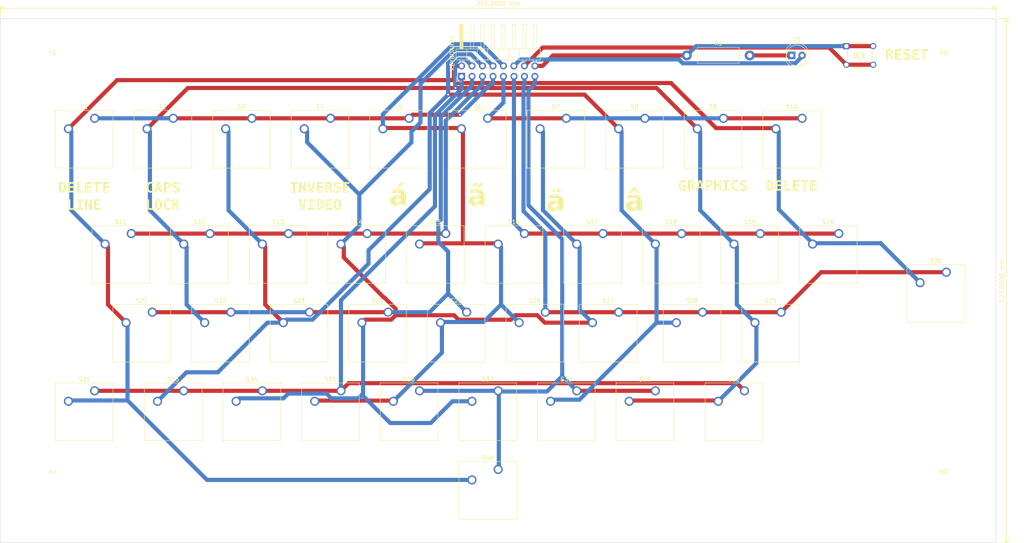
<source format=kicad_pcb>
(kicad_pcb (version 20221018) (generator pcbnew)
  (title_block (title "Ace Standalone Keyboard.") (date "2023-03-23") (rev "Beta 1") (comment 1 "John Bradley"))
  (layers (0 "F.Cu" signal) (31 "B.Cu" signal) (34 "B.Paste" user) (35 "F.Paste" user) (36 "B.SilkS" user "B.Silkscreen") (37 "F.SilkS" user "F.Silkscreen") (38 "B.Mask" user) (39 "F.Mask" user) (44 "Edge.Cuts" user))
  (net 0 "")
  (net 1 "/COLA")
  (net 2 "/ROW8")
  (net 3 "/COLB")
  (net 4 "/ROW9")
  (net 5 "/COLC")
  (net 6 "/ROW10")
  (net 7 "/COLD")
  (net 8 "/ROW11")
  (net 9 "/COLE")
  (net 10 "/ROW12")
  (net 11 "GND")
  (net 12 "/ROW13")
  (net 13 "/ROW14")
  (net 14 "+5V")
  (net 15 "/ROW15")
  (net 16 "Net-(D1-K)")
  (net 17 "/RESET_SW")
  (footprint "Button_Switch_Keyboard:SW_Cherry_MX_1.00u_PCB" (layer "F.Cu") (at 200.66 62.23)
    (fp_text reference "S9")
    (fp_text value "9")
  )
  (footprint "Button_Switch_Keyboard:SW_Cherry_MX_1.00u_PCB" (layer "F.Cu") (at 181.61 62.23)
    (fp_text reference "S8")
    (fp_text value "8")
  )
  (footprint "Button_Switch_Keyboard:SW_Cherry_MX_1.00u_PCB" (layer "F.Cu") (at 190.5 90.17)
    (fp_text reference "S18")
    (fp_text value "I")
  )
  (footprint "Button_Switch_Keyboard:SW_Cherry_MX_1.00u_PCB" (layer "F.Cu") (at 69.85 128.27)
    (fp_text reference "S33")
    (fp_text value "Z")
  )
  (footprint "Button_Switch_Keyboard:SW_Cherry_MX_1.00u_PCB" (layer "F.Cu") (at 67.31 62.23)
    (fp_text reference "S2")
    (fp_text value "2")
  )
  (footprint "Button_Switch_Keyboard:SW_Cherry_MX_1.00u_PCB" (layer "F.Cu") (at 184.15 128.27)
    (fp_text reference "S39")
    (fp_text value "M")
  )
  (footprint "Button_Switch_Keyboard:SW_Cherry_MX_1.00u_PCB" (layer "F.Cu") (at 114.3 90.17)
    (fp_text reference "S14")
    (fp_text value "R")
  )
  (footprint "Button_Switch_Keyboard:SW_Cherry_MX_1.00u_PCB" (layer "F.Cu") (at 119.38 109.22)
    (fp_text reference "S24")
    (fp_text value "F")
  )
  (footprint "Button_Switch_Keyboard:SW_Cherry_MX_1.00u_PCB" (layer "F.Cu") (at 143.51 62.23)
    (fp_text reference "S6")
    (fp_text value "6")
  )
  (footprint "Button_Switch_Keyboard:SW_Cherry_MX_1.00u_PCB" (layer "F.Cu") (at 81.28 109.22)
    (fp_text reference "S22")
    (fp_text value "S")
  )
  (footprint "ExtraFootprints:MountingHole_3.5mm_with_Stencil_hole" (layer "F.Cu") (at 38.1 50.8)
    (fp_text reference "H1")
    (fp_text value "MountingHole")
  )
  (footprint "Button_Switch_Keyboard:SW_Cherry_MX_1.00u_PCB" (layer "F.Cu") (at 165.1 128.27)
    (fp_text reference "S38")
    (fp_text value "N")
  )
  (footprint "Button_Switch_Keyboard:SW_Cherry_MX_1.00u_PCB" (layer "F.Cu") (at 152.4 90.17)
    (fp_text reference "S16")
    (fp_text value "Y")
  )
  (footprint "Button_Switch_Keyboard:SW_Cherry_MX_1.25u_PCB" (layer "F.Cu") (at 205.74 128.27)
    (fp_text reference "S32")
    (fp_text value "SYM")
  )
  (footprint "ExtraFootprints:MountingHole_3.5mm_with_Stencil_hole" (layer "F.Cu") (at 38.1 152.4)
    (fp_text reference "H4")
    (fp_text value "MountingHole")
  )
  (footprint "Button_Switch_Keyboard:SW_Cherry_MX_1.00u_PCB" (layer "F.Cu") (at 48.26 62.23)
    (fp_text reference "S1")
    (fp_text value "1")
  )
  (footprint "Button_Switch_Keyboard:SW_Cherry_MX_1.00u_PCB" (layer "F.Cu") (at 138.43 109.22)
    (fp_text reference "S25")
    (fp_text value "G")
  )
  (footprint "Button_Switch_Keyboard:SW_Cherry_MX_1.00u_PCB" (layer "F.Cu") (at 171.45 90.17)
    (fp_text reference "S17")
    (fp_text value "U")
  )
  (footprint "Button_Switch_Keyboard:SW_Cherry_MX_1.00u_PCB" (layer "F.Cu") (at 100.33 109.22)
    (fp_text reference "S23")
    (fp_text value "D")
  )
  (footprint "Button_Switch_Keyboard:SW_Cherry_MX_1.00u_PCB" (layer "F.Cu") (at 162.56 62.23)
    (fp_text reference "S7")
    (fp_text value "7")
  )
  (footprint "Button_Switch_Keyboard:SW_Cherry_MX_1.00u_PCB" (layer "F.Cu") (at 95.25 90.17)
    (fp_text reference "S13")
    (fp_text value "E")
  )
  (footprint "Button_Switch_Keyboard:SW_Cherry_MX_1.00u_PCB" (layer "F.Cu") (at 228.6 90.17)
    (fp_text reference "S20")
    (fp_text value "P")
  )
  (footprint "ExtraFootprints:MountingHole_3.5mm_with_Stencil_hole" (layer "F.Cu") (at 254 152.4)
    (fp_text reference "H3")
    (fp_text value "MountingHole")
  )
  (footprint "Button_Switch_Keyboard:SW_Cherry_MX_1.00u_PCB" (layer "F.Cu") (at 175.26 109.22)
    (fp_text reference "S27")
    (fp_text value "J")
  )
  (footprint "Button_Switch_Keyboard:SW_Cherry_MX_1.00u_PCB" (layer "F.Cu") (at 146.05 128.27)
    (fp_text reference "S37")
    (fp_text value "B")
  )
  (footprint "Button_Switch_Keyboard:SW_Cherry_MX_1.00u_PCB" (layer "F.Cu") (at 219.71 62.23)
    (fp_text reference "S10")
    (fp_text value "0")
  )
  (footprint "Button_Switch_Keyboard:SW_Cherry_MX_1.00u_PCB" (layer "F.Cu") (at 86.36 62.23)
    (fp_text reference "S3")
    (fp_text value "3")
  )
  (footprint "Button_Switch_Keyboard:SW_Cherry_MX_1.25u_PCB" (layer "F.Cu") (at 48.26 128.27)
    (fp_text reference "S31")
    (fp_text value "SHIFT")
  )
  (footprint "Button_Switch_Keyboard:SW_Cherry_MX_1.00u_PCB" (layer "F.Cu") (at 214.63 109.22)
    (fp_text reference "S29")
    (fp_text value "L")
  )
  (footprint "ExtraFootprints:MountingHole_3.5mm_with_Stencil_hole" (layer "F.Cu") (at 254 50.8)
    (fp_text reference "H2")
    (fp_text value "MountingHole")
  )
  (footprint "Button_Switch_Keyboard:SW_Cherry_MX_1.00u_PCB" (layer "F.Cu") (at 57.15 90.17)
    (fp_text reference "S11")
    (fp_text value "Q")
  )
  (footprint "Button_Switch_Keyboard:SW_Cherry_MX_ISOEnter_PCB" (layer "F.Cu") (at 254.65 99.53)
    (fp_text reference "S30")
    (fp_text value "ENTER")
  )
  (footprint "Connector_PinHeader_2.54mm:PinHeader_2x08_P2.54mm_Horizontal" (layer "F.Cu") (at 137.175 52.07 90)
    (fp_text reference "KEYBOARD1")
    (fp_text value "Conn_02x08_Odd_Even")
  )
  (footprint "Button_Switch_Keyboard:SW_Cherry_MX_1.00u_PCB" (layer "F.Cu") (at 107.95 128.27)
    (fp_text reference "S35")
    (fp_text value "C")
  )
  (footprint "Button_Switch_Keyboard:SW_Cherry_MX_1.00u_PCB" (layer "F.Cu") (at 127 128.27)
    (fp_text reference "S36")
    (fp_text value "V")
  )
  (footprint "Button_Switch_Keyboard:SW_Cherry_MX_1.00u_PCB" (layer "F.Cu") (at 209.55 90.17)
    (fp_text reference "S19")
    (fp_text value "O")
  )
  (footprint "Button_Switch_Keyboard:SW_Cherry_MX_1.00u_PCB" (layer "F.Cu") (at 195.58 109.22)
    (fp_text reference "S28")
    (fp_text value "K")
  )
  (footprint "Button_Switch_Keyboard:SW_Cherry_MX_1.00u_PCB" (layer "F.Cu") (at 133.35 90.17)
    (fp_text reference "S15")
    (fp_text value "T")
  )
  (footprint "Button_Switch_Keyboard:SW_Cherry_MX_1.00u_PCB" (layer "F.Cu") (at 88.9 128.27)
    (fp_text reference "S34")
    (fp_text value "X")
  )
  (footprint "Button_Switch_Keyboard:SW_Cherry_MX_1.00u_PCB" (layer "F.Cu") (at 105.41 62.23)
    (fp_text reference "S4")
    (fp_text value "4")
  )
  (footprint "LED_THT:LED_D5.0mm" (layer "F.Cu") (at 217.17 46.99)
    (fp_text reference "D1")
    (fp_text value "LED")
  )
  (footprint "ExtraFootprints:TS026660BK100SCRD" (layer "F.Cu") (at 230.43 44.74)
    (fp_text reference "IC1")
    (fp_text value "TS02-66-60-BK-100-SCR-D" hide)
  )
  (footprint "Button_Switch_Keyboard:SW_Cherry_MX_1.00u_PCB" (layer "F.Cu") (at 76.2 90.17)
    (fp_text reference "S12")
    (fp_text value "W")
  )
  (footprint "Button_Switch_Keyboard:SW_Cherry_MX_1.00u_PCB" (layer "F.Cu") (at 124.46 62.23)
    (fp_text reference "S5")
    (fp_text value "5")
  )
  (footprint "Button_Switch_Keyboard:SW_Cherry_MX_6.25u_PCB" (layer "F.Cu") (at 146.05 147.32)
    (fp_text reference "S40")
    (fp_text value "SPACE")
  )
  (footprint "Button_Switch_Keyboard:SW_Cherry_MX_1.00u_PCB" (layer "F.Cu") (at 62.23 109.22)
    (fp_text reference "S21")
    (fp_text value "A")
  )
  (footprint "Button_Switch_Keyboard:SW_Cherry_MX_1.00u_PCB" (layer "F.Cu") (at 157.48 109.22)
    (fp_text reference "S26")
    (fp_text value "H")
  )
  (footprint "Resistor_THT:R_Axial_DIN0411_L9.9mm_D3.6mm_P15.24mm_Horizontal" (layer "F.Cu") (at 191.77 46.99)
    (fp_text reference "R1")
    (fp_text value "R")
  )
  (gr_rect (start 25.4 38.1) (end 266.7 165.1) (stroke (width 0.1)) (fill none) (layer "Edge.Cuts"))
  (gr_text "ä" (at 160.02 82.55) (layer "F.SilkS") (effects (font (size 5 5) (thickness 0.3) bold)))
  (gr_text "GRAPHICS" (at 198.12 78.74) (layer "F.SilkS") (effects (font (size 2.5 2.5) (thickness 0.3) bold)))
  (gr_text "RESET" (at 245.11 46.99) (layer "F.SilkS") (effects (font (size 2.5 2.5) (thickness 0.3) bold)))
  (gr_text "DELETE" (at 217.17 78.74) (layer "F.SilkS") (effects (font (size 2.5 2.5) (thickness 0.3) bold)))
  (gr_text "DELETE\nLINE" (at 45.72 81.28) (layer "F.SilkS") (effects (font (size 2.5 2.5) (thickness 0.3) bold)))
  (gr_text "INVERSE\nVIDEO" (at 102.87 81.28) (layer "F.SilkS") (effects (font (size 2.5 2.5) (thickness 0.3) bold)))
  (gr_text "á" (at 121.92 81.28) (layer "F.SilkS") (effects (font (size 5 5) (thickness 0.3) bold)))
  (gr_text "CAPS\nLOCK" (at 64.77 81.28) (layer "F.SilkS") (effects (font (size 2.5 2.5) (thickness 0.3) bold)))
  (gr_text "ã" (at 140.97 81.28) (layer "F.SilkS") (effects (font (size 5 5) (thickness 0.3) bold)))
  (gr_text "â" (at 179.07 82.55) (layer "F.SilkS") (effects (font (size 5 5) (thickness 0.3) bold)))
  (dimension (type aligned) (layer "F.SilkS") (pts (xy 266.7 38.1) (xy 25.4 38.1)) (height 2.539999) (gr_text "241.3000 mm" (at 146.05 34.410001) (layer "F.SilkS") (effects (font (size 1 1) (thickness 0.15)))) (format (prefix "") (suffix "") (units 3) (units_format 1) (precision 4)) (style (thickness 0.15) (arrow_length 1.27) (text_position_mode 0) (extension_height 0.58642) (extension_offset 0.5) keep_text_aligned))
  (dimension (type aligned) (layer "F.SilkS") (pts (xy 266.7 38.1) (xy 266.7 165.1)) (height -2.54) (gr_text "127.0000 mm" (at 268.09 101.6 90) (layer "F.SilkS") (effects (font (size 1 1) (thickness 0.15)))) (format (prefix "") (suffix "") (units 3) (units_format 1) (precision 4)) (style (thickness 0.15) (arrow_length 1.27) (text_position_mode 0) (extension_height 0.58642) (extension_offset 0.5) keep_text_aligned))
  (segment (start 135.325 52.9794) (end 135.325 49.53) (width 1) (layer "F.Cu") (net 1))
  (segment (start 187.9531 53.6838) (end 136.0294 53.6838) (width 1) (layer "F.Cu") (net 1))
  (segment (start 137.175 49.53) (end 135.325 49.53) (width 1) (layer "F.Cu") (net 1))
  (segment (start 213.1996 64.6096) (end 198.8789 64.6096) (width 1) (layer "F.Cu") (net 1))
  (segment (start 198.8789 64.6096) (end 187.9531 53.6838) (width 1) (layer "F.Cu") (net 1))
  (segment (start 51.495 93.405) (end 51.495 107.375) (width 1) (layer "F.Cu") (net 1))
  (segment (start 53.7006 52.9794) (end 41.91 64.77) (width 1) (layer "F.Cu") (net 1))
  (segment (start 51.495 107.375) (end 55.88 111.76) (width 1) (layer "F.Cu") (net 1))
  (segment (start 135.325 52.9794) (end 53.7006 52.9794) (width 1) (layer "F.Cu") (net 1))
  (segment (start 213.36 64.77) (end 213.1996 64.6096) (width 1) (layer "F.Cu") (net 1))
  (segment (start 136.0294 53.6838) (end 135.325 52.9794) (width 1) (layer "F.Cu") (net 1))
  (segment (start 50.8 92.71) (end 51.495 93.405) (width 1) (layer "F.Cu") (net 1))
  (segment (start 238.733 92.503) (end 248.3 102.07) (width 1) (layer "B.Cu") (net 1))
  (segment (start 214.055 84.308) (end 222.25 92.503) (width 1) (layer "B.Cu") (net 1))
  (segment (start 56.2275 112.1075) (end 55.88 111.76) (width 1) (layer "B.Cu") (net 1))
  (segment (start 222.25 92.503) (end 222.25 92.71) (width 1) (layer "B.Cu") (net 1))
  (segment (start 56.2275 130.6085) (end 42.1115 130.6085) (width 1) (layer "B.Cu") (net 1))
  (segment (start 42.605 65.465) (end 42.605 84.515) (width 1) (layer "B.Cu") (net 1))
  (segment (start 75.479 149.86) (end 56.2275 130.6085) (width 1) (layer "B.Cu") (net 1))
  (segment (start 56.2275 130.6085) (end 56.2275 112.1075) (width 1) (layer "B.Cu") (net 1))
  (segment (start 42.605 84.515) (end 50.8 92.71) (width 1) (layer "B.Cu") (net 1))
  (segment (start 214.055 65.465) (end 214.055 84.308) (width 1) (layer "B.Cu") (net 1))
  (segment (start 41.91 64.77) (end 42.605 65.465) (width 1) (layer "B.Cu") (net 1))
  (segment (start 139.7 149.86) (end 75.479 149.86) (width 1) (layer "B.Cu") (net 1))
  (segment (start 222.25 92.503) (end 238.733 92.503) (width 1) (layer "B.Cu") (net 1))
  (segment (start 213.36 64.77) (end 214.055 65.465) (width 1) (layer "B.Cu") (net 1))
  (segment (start 42.1115 130.6085) (end 41.91 130.81) (width 1) (layer "B.Cu") (net 1))
  (segment (start 203.8879 126.4179) (end 205.74 128.27) (width 1) (layer "F.Cu") (net 2))
  (segment (start 88.9 128.27) (end 69.85 128.27) (width 1) (layer "F.Cu") (net 2))
  (segment (start 109.8021 126.4179) (end 203.8879 126.4179) (width 1) (layer "F.Cu") (net 2))
  (segment (start 107.95 128.27) (end 88.9 128.27) (width 1) (layer "F.Cu") (net 2))
  (segment (start 69.85 128.27) (end 48.26 128.27) (width 1) (layer "F.Cu") (net 2))
  (segment (start 107.95 128.27) (end 109.8021 126.4179) (width 1) (layer "F.Cu") (net 2))
  (segment (start 137.175 55.0993) (end 137.175 53.92) (width 1) (layer "B.Cu") (net 2))
  (segment (start 107.95 106.3327) (end 130.7362 83.5465) (width 1) (layer "B.Cu") (net 2))
  (segment (start 107.95 128.27) (end 107.95 106.3327) (width 1) (layer "B.Cu") (net 2))
  (segment (start 130.7362 83.5465) (end 130.7362 61.5381) (width 1) (layer "B.Cu") (net 2))
  (segment (start 130.7362 61.5381) (end 137.175 55.0993) (width 1) (layer "B.Cu") (net 2))
  (segment (start 137.175 52.07) (end 137.175 53.92) (width 1) (layer "B.Cu") (net 2))
  (segment (start 70.8459 54.8841) (end 135.6926 54.8841) (width 1) (layer "F.Cu") (net 3))
  (segment (start 199.2067 130.6267) (end 177.9833 130.6267) (width 1) (layer "F.Cu") (net 3))
  (segment (start 177.9833 130.6267) (end 177.8 130.81) (width 1) (layer "F.Cu") (net 3))
  (segment (start 60.96 64.77) (end 70.8459 54.8841) (width 1) (layer "F.Cu") (net 3))
  (segment (start 184.4241 54.8841) (end 194.31 64.77) (width 1) (layer "F.Cu") (net 3))
  (segment (start 135.6926 54.8841) (end 184.4241 54.8841) (width 1) (layer "F.Cu") (net 3))
  (segment (start 199.39 130.81) (end 199.2067 130.6267) (width 1) (layer "F.Cu") (net 3))
  (via (at 135.6926 54.8841) (size 0.8) (drill 0.4) (layers "F.Cu" "B.Cu") (net 3))
  (segment (start 203.895 93.405) (end 203.2 92.71) (width 1) (layer "B.Cu") (net 3))
  (segment (start 70.545 93.405) (end 69.85 92.71) (width 1) (layer "B.Cu") (net 3))
  (segment (start 195.005 84.515) (end 203.2 92.71) (width 1) (layer "B.Cu") (net 3))
  (segment (start 203.895 107.375) (end 203.895 93.405) (width 1) (layer "B.Cu") (net 3))
  (segment (start 70.545 107.375) (end 70.545 93.405) (width 1) (layer "B.Cu") (net 3))
  (segment (start 135.6246 54.8161) (end 135.6926 54.8841) (width 1) (layer "B.Cu") (net 3))
  (segment (start 208.6275 112.1075) (end 208.28 111.76) (width 1) (layer "B.Cu") (net 3))
  (segment (start 136.5263 47.9521) (end 135.6246 48.8538) (width 1) (layer "B.Cu") (net 3))
  (segment (start 194.31 64.77) (end 195.005 65.465) (width 1) (layer "B.Cu") (net 3))
  (segment (start 61.655 84.515) (end 61.655 65.465) (width 1) (layer "B.Cu") (net 3))
  (segment (start 139.715 49.53) (end 138.1371 47.9521) (width 1) (layer "B.Cu") (net 3))
  (segment (start 135.6246 48.8538) (end 135.6246 54.8161) (width 1) (layer "B.Cu") (net 3))
  (segment (start 208.28 111.76) (end 203.895 107.375) (width 1) (layer "B.Cu") (net 3))
  (segment (start 69.85 92.71) (end 61.655 84.515) (width 1) (layer "B.Cu") (net 3))
  (segment (start 208.6275 121.5725) (end 208.6275 112.1075) (width 1) (layer "B.Cu") (net 3))
  (segment (start 195.005 65.465) (end 195.005 84.515) (width 1) (layer "B.Cu") (net 3))
  (segment (start 199.39 130.81) (end 208.6275 121.5725) (width 1) (layer "B.Cu") (net 3))
  (segment (start 138.1371 47.9521) (end 136.5263 47.9521) (width 1) (layer "B.Cu") (net 3))
  (segment (start 61.655 65.465) (end 60.96 64.77) (width 1) (layer "B.Cu") (net 3))
  (segment (start 74.93 111.76) (end 70.545 107.375) (width 1) (layer "B.Cu") (net 3))
  (segment (start 119.38 109.22) (end 100.33 109.22) (width 1) (layer "F.Cu") (net 4))
  (segment (start 62.23 109.22) (end 81.28 109.22) (width 1) (layer "F.Cu") (net 4))
  (segment (start 119.38 109.22) (end 129.42 109.22) (width 1) (layer "B.Cu") (net 4))
  (segment (start 133.925 94.5459) (end 131.5495 92.1704) (width 1) (layer "B.Cu") (net 4))
  (segment (start 132.1496 86.8246) (end 132.1496 61.8222) (width 1) (layer "B.Cu") (net 4))
  (segment (start 139.715 54.2568) (end 139.715 52.07) (width 1) (layer "B.Cu") (net 4))
  (segment (start 100.33 109.22) (end 81.28 109.22) (width 1) (layer "B.Cu") (net 4))
  (segment (start 133.925 104.715) (end 133.925 94.5459) (width 1) (layer "B.Cu") (net 4))
  (segment (start 132.1496 61.8222) (end 139.715 54.2568) (width 1) (layer "B.Cu") (net 4))
  (segment (start 131.5495 87.4247) (end 132.1496 86.8246) (width 1) (layer "B.Cu") (net 4))
  (segment (start 131.5495 92.1704) (end 131.5495 87.4247) (width 1) (layer "B.Cu") (net 4))
  (segment (start 129.42 109.22) (end 133.925 104.715) (width 1) (layer "B.Cu") (net 4))
  (segment (start 133.925 104.715) (end 138.43 109.22) (width 1) (layer "B.Cu") (net 4))
  (segment (start 89.595 93.405) (end 88.9 92.71) (width 1) (layer "F.Cu") (net 5))
  (segment (start 93.98 111.76) (end 89.595 107.375) (width 1) (layer "F.Cu") (net 5))
  (segment (start 89.595 107.375) (end 89.595 93.405) (width 1) (layer "F.Cu") (net 5))
  (segment (start 175.26 64.77) (end 166.987 56.497) (width 1) (layer "F.Cu") (net 5))
  (segment (start 166.987 56.497) (end 133.9195 56.497) (width 1) (layer "F.Cu") (net 5))
  (via (at 133.9195 56.497) (size 0.8) (drill 0.4) (layers "F.Cu" "B.Cu") (net 5))
  (segment (start 133.9195 48.8612) (end 133.9195 56.497) (width 1) (layer "B.Cu") (net 5))
  (segment (start 184.4338 111.76) (end 184.4338 92.9938) (width 1) (layer "B.Cu") (net 5))
  (segment (start 114.6346 97.4617) (end 101.0697 111.0266) (width 1) (layer "B.Cu") (net 5))
  (segment (start 184.4338 92.9938) (end 184.15 92.71) (width 1) (layer "B.Cu") (net 5))
  (segment (start 175.955 65.465) (end 175.26 64.77) (width 1) (layer "B.Cu") (net 5))
  (segment (start 80.705 84.515) (end 80.705 65.465) (width 1) (layer "B.Cu") (net 5))
  (segment (start 101.0697 111.0266) (end 94.7134 111.0266) (width 1) (layer "B.Cu") (net 5))
  (segment (start 80.705 65.465) (end 80.01 64.77) (width 1) (layer "B.Cu") (net 5))
  (segment (start 175.955 84.515) (end 175.955 65.465) (width 1) (layer "B.Cu") (net 5))
  (segment (start 129.4676 60.9489) (end 129.4676 79.3785) (width 1) (layer "B.Cu") (net 5))
  (segment (start 114.6346 94.2115) (end 114.6346 97.4617) (width 1) (layer "B.Cu") (net 5))
  (segment (start 88.9 92.71) (end 80.705 84.515) (width 1) (layer "B.Cu") (net 5))
  (segment (start 129.4676 79.3785) (end 114.6346 94.2115) (width 1) (layer "B.Cu") (net 5))
  (segment (start 158.75 130.81) (end 159.1423 130.4177) (width 1) (layer "B.Cu") (net 5))
  (segment (start 90.1502 111.76) (end 78.1224 123.7878) (width 1) (layer "B.Cu") (net 5))
  (segment (start 70.5222 123.7878) (end 63.5 130.81) (width 1) (layer "B.Cu") (net 5))
  (segment (start 133.9195 56.497) (end 129.4676 60.9489) (width 1) (layer "B.Cu") (net 5))
  (segment (start 78.1224 123.7878) (end 70.5222 123.7878) (width 1) (layer "B.Cu") (net 5))
  (segment (start 184.15 92.71) (end 175.955 84.515) (width 1) (layer "B.Cu") (net 5))
  (segment (start 142.255 49.53) (end 139.4492 46.7242) (width 1) (layer "B.Cu") (net 5))
  (segment (start 93.98 111.76) (end 90.1502 111.76) (width 1) (layer "B.Cu") (net 5))
  (segment (start 184.4338 111.76) (end 189.23 111.76) (width 1) (layer "B.Cu") (net 5))
  (segment (start 139.4492 46.7242) (end 136.0565 46.7242) (width 1) (layer "B.Cu") (net 5))
  (segment (start 165.7761 130.4177) (end 184.4338 111.76) (width 1) (layer "B.Cu") (net 5))
  (segment (start 94.7134 111.0266) (end 93.98 111.76) (width 1) (layer "B.Cu") (net 5))
  (segment (start 159.1423 130.4177) (end 165.7761 130.4177) (width 1) (layer "B.Cu") (net 5))
  (segment (start 136.0565 46.7242) (end 133.9195 48.8612) (width 1) (layer "B.Cu") (net 5))
  (segment (start 76.2 90.17) (end 57.15 90.17) (width 1) (layer "F.Cu") (net 6))
  (segment (start 95.25 90.17) (end 76.2 90.17) (width 1) (layer "F.Cu") (net 6))
  (segment (start 114.3 90.17) (end 95.25 90.17) (width 1) (layer "F.Cu") (net 6))
  (segment (start 133.35 90.17) (end 114.3 90.17) (width 1) (layer "F.Cu") (net 6))
  (segment (start 133.35 62.825) (end 142.255 53.92) (width 1) (layer "B.Cu") (net 6))
  (segment (start 133.35 90.17) (end 133.35 62.825) (width 1) (layer "B.Cu") (net 6))
  (segment (start 142.255 52.07) (end 142.255 53.92) (width 1) (layer "B.Cu") (net 6))
  (segment (start 108.645 95.9618) (end 118.3455 105.6623) (width 1) (layer "F.Cu") (net 7))
  (segment (start 121.2142 108.4197) (end 121.2142 109.9543) (width 1) (layer "F.Cu") (net 7))
  (segment (start 120.1419 111.0266) (end 113.7634 111.0266) (width 1) (layer "F.Cu") (net 7))
  (segment (start 135.3634 109.9543) (end 136.4583 111.0492) (width 1) (layer "F.Cu") (net 7))
  (segment (start 150.2085 109.9533) (end 155.5371 109.9533) (width 1) (layer "F.Cu") (net 7))
  (segment (start 121.2142 109.9543) (end 120.1419 111.0266) (width 1) (layer "F.Cu") (net 7))
  (segment (start 118.3455 105.6623) (end 118.4568 105.6623) (width 1) (layer "F.Cu") (net 7))
  (segment (start 108.645 93.405) (end 108.645 95.9618) (width 1) (layer "F.Cu") (net 7))
  (segment (start 157.3438 111.76) (end 168.91 111.76) (width 1) (layer "F.Cu") (net 7))
  (segment (start 149.1126 111.0492) (end 150.2085 109.9533) (width 1) (layer "F.Cu") (net 7))
  (segment (start 118.4568 105.6623) (end 121.2142 108.4197) (width 1) (layer "F.Cu") (net 7))
  (segment (start 107.95 92.71) (end 108.645 93.405) (width 1) (layer "F.Cu") (net 7))
  (segment (start 121.2142 109.9543) (end 135.3634 109.9543) (width 1) (layer "F.Cu") (net 7))
  (segment (start 136.4583 111.0492) (end 149.1126 111.0492) (width 1) (layer "F.Cu") (net 7))
  (segment (start 113.7634 111.0266) (end 113.03 111.76) (width 1) (layer "F.Cu") (net 7))
  (segment (start 155.5371 109.9533) (end 157.3438 111.76) (width 1) (layer "F.Cu") (net 7))
  (segment (start 168.91 111.76) (end 165.795 108.645) (width 1) (layer "B.Cu") (net 7))
  (segment (start 95.1542 128.9448) (end 94.0105 130.0885) (width 1) (layer "B.Cu") (net 7))
  (segment (start 94.0105 130.0885) (end 83.2715 130.0885) (width 1) (layer "B.Cu") (net 7))
  (segment (start 135.6022 45.4742) (end 127.2296 53.8468) (width 1) (layer "B.Cu") (net 7))
  (segment (start 113.0293 129.212) (end 112.1531 130.0882) (width 1) (layer "B.Cu") (net 7))
  (segment (start 165.1 92.71) (end 156.905 84.515) (width 1) (layer "B.Cu") (net 7))
  (segment (start 104.4641 128.9448) (end 95.1542 128.9448) (width 1) (layer "B.Cu") (net 7))
  (segment (start 83.2715 130.0885) (end 82.55 130.81) (width 1) (layer "B.Cu") (net 7))
  (segment (start 165.795 108.645) (end 165.795 93.405) (width 1) (layer "B.Cu") (net 7))
  (segment (start 112.4015 88.2585) (end 112.4015 80.6883) (width 1) (layer "B.Cu") (net 7))
  (segment (start 144.795 49.53) (end 140.7392 45.4742) (width 1) (layer "B.Cu") (net 7))
  (segment (start 113.03 111.76) (end 113.3188 112.0488) (width 1) (layer "B.Cu") (net 7))
  (segment (start 113.0293 129.212) (end 119.8931 136.0759) (width 1) (layer "B.Cu") (net 7))
  (segment (start 140.7392 45.4742) (end 135.6022 45.4742) (width 1) (layer "B.Cu") (net 7))
  (segment (start 156.905 65.465) (end 156.21 64.77) (width 1) (layer "B.Cu") (net 7))
  (segment (start 127.2296 53.8468) (end 127.2296 63.2567) (width 1) (layer "B.Cu") (net 7))
  (segment (start 125.035 68.0548) (end 112.4015 80.6883) (width 1) (layer "B.Cu") (net 7))
  (segment (start 112.1531 130.0882) (end 105.6075 130.0882) (width 1) (layer "B.Cu") (net 7))
  (segment (start 119.8931 136.0759) (end 129.7088 136.0759) (width 1) (layer "B.Cu") (net 7))
  (segment (start 112.4015 80.6883) (end 99.755 68.0418) (width 1) (layer "B.Cu") (net 7))
  (segment (start 127.2296 63.2567) (end 125.035 65.4513) (width 1) (layer "B.Cu") (net 7))
  (segment (start 107.95 92.71) (end 112.4015 88.2585) (width 1) (layer "B.Cu") (net 7))
  (segment (start 134.9747 130.81) (end 139.7 130.81) (width 1) (layer "B.Cu") (net 7))
  (segment (start 125.035 65.4513) (end 125.035 68.0548) (width 1) (layer "B.Cu") (net 7))
  (segment (start 113.3188 128.9225) (end 113.0293 129.212) (width 1) (layer "B.Cu") (net 7))
  (segment (start 99.755 68.0418) (end 99.755 65.465) (width 1) (layer "B.Cu") (net 7))
  (segment (start 165.795 93.405) (end 165.1 92.71) (width 1) (layer "B.Cu") (net 7))
  (segment (start 156.905 84.515) (end 156.905 65.465) (width 1) (layer "B.Cu") (net 7))
  (segment (start 99.755 65.465) (end 99.06 64.77) (width 1) (layer "B.Cu") (net 7))
  (segment (start 129.7088 136.0759) (end 134.9747 130.81) (width 1) (layer "B.Cu") (net 7))
  (segment (start 105.6075 130.0882) (end 104.4641 128.9448) (width 1) (layer "B.Cu") (net 7))
  (segment (start 113.3188 112.0488) (end 113.3188 128.9225) (width 1) (layer "B.Cu") (net 7))
  (segment (start 125.3251 61.3649) (end 136.7955 61.3649) (width 1) (layer "F.Cu") (net 8))
  (segment (start 124.46 62.23) (end 125.3251 61.3649) (width 1) (layer "F.Cu") (net 8))
  (segment (start 105.41 62.23) (end 86.36 62.23) (width 1) (layer "F.Cu") (net 8))
  (segment (start 86.36 62.23) (end 67.31 62.23) (width 1) (layer "F.Cu") (net 8))
  (segment (start 124.46 62.23) (end 105.41 62.23) (width 1) (layer "F.Cu") (net 8))
  (via (at 136.7955 61.3649) (size 0.8) (drill 0.4) (layers "F.Cu" "B.Cu") (net 8))
  (segment (start 67.31 62.23) (end 48.26 62.23) (width 1) (layer "B.Cu") (net 8))
  (segment (start 144.795 52.07) (end 144.795 53.92) (width 1) (layer "B.Cu") (net 8))
  (segment (start 144.2404 53.92) (end 136.7955 61.3649) (width 1) (layer "B.Cu") (net 8))
  (segment (start 144.795 53.92) (end 144.2404 53.92) (width 1) (layer "B.Cu") (net 8))
  (segment (start 137.5075 65.1175) (end 137.16 64.77) (width 1) (layer "F.Cu") (net 9))
  (segment (start 118.11 64.77) (end 118.2947 64.5853) (width 1) (layer "F.Cu") (net 9))
  (segment (start 145.8667 92.5267) (end 137.5075 92.5267) (width 1) (layer "F.Cu") (net 9))
  (segment (start 146.05 92.71) (end 145.8667 92.5267) (width 1) (layer "F.Cu") (net 9))
  (segment (start 137.5075 92.5267) (end 127.1833 92.5267) (width 1) (layer "F.Cu") (net 9))
  (segment (start 120.4872 130.6472) (end 101.7628 130.6472) (width 1) (layer "F.Cu") (net 9))
  (segment (start 118.2947 64.5853) (end 136.9753 64.5853) (width 1) (layer "F.Cu") (net 9))
  (segment (start 127.1833 92.5267) (end 127 92.71) (width 1) (layer "F.Cu") (net 9))
  (segment (start 120.65 130.81) (end 120.4872 130.6472) (width 1) (layer "F.Cu") (net 9))
  (segment (start 136.9753 64.5853) (end 137.16 64.77) (width 1) (layer "F.Cu") (net 9))
  (segment (start 137.5075 92.5267) (end 137.5075 65.1175) (width 1) (layer "F.Cu") (net 9))
  (segment (start 101.7628 130.6472) (end 101.6 130.81) (width 1) (layer "F.Cu") (net 9))
  (segment (start 132.9491 111.5859) (end 142.5341 111.5859) (width 1) (layer "B.Cu") (net 9))
  (segment (start 120.65 130.81) (end 132.4275 119.0325) (width 1) (layer "B.Cu") (net 9))
  (segment (start 142.0788 44.2738) (end 135.1049 44.2738) (width 1) (layer "B.Cu") (net 9))
  (segment (start 146.745 107.375) (end 151.13 111.76) (width 1) (layer "B.Cu") (net 9))
  (segment (start 132.4275 112.1075) (end 132.9491 111.5859) (width 1) (layer "B.Cu") (net 9))
  (segment (start 142.5341 111.5859) (end 146.745 107.375) (width 1) (layer "B.Cu") (net 9))
  (segment (start 135.1049 44.2738) (end 118.11 61.2687) (width 1) (layer "B.Cu") (net 9))
  (segment (start 146.05 92.71) (end 146.745 93.405) (width 1) (layer "B.Cu") (net 9))
  (segment (start 132.4275 112.1075) (end 132.08 111.76) (width 1) (layer "B.Cu") (net 9))
  (segment (start 132.4275 119.0325) (end 132.4275 112.1075) (width 1) (layer "B.Cu") (net 9))
  (segment (start 147.335 49.53) (end 142.0788 44.2738) (width 1) (layer "B.Cu") (net 9))
  (segment (start 146.745 93.405) (end 146.745 107.375) (width 1) (layer "B.Cu") (net 9))
  (segment (start 118.11 61.2687) (end 118.11 64.77) (width 1) (layer "B.Cu") (net 9))
  (segment (start 162.56 62.23) (end 143.51 62.23) (width 1) (layer "F.Cu") (net 10))
  (segment (start 219.71 62.23) (end 200.66 62.23) (width 1) (layer "F.Cu") (net 10))
  (segment (start 181.61 62.23) (end 200.66 62.23) (width 1) (layer "B.Cu") (net 10))
  (segment (start 147.335 52.07) (end 147.335 58.405) (width 1) (layer "B.Cu") (net 10))
  (segment (start 147.335 58.405) (end 143.51 62.23) (width 1) (layer "B.Cu") (net 10))
  (segment (start 162.56 62.23) (end 181.61 62.23) (width 1) (layer "B.Cu") (net 10))
  (segment (start 154.955 49.53) (end 156.805 49.53) (width 1) (layer "F.Cu") (net 11))
  (segment (start 156.805 49.53) (end 159.345 46.99) (width 1) (layer "F.Cu") (net 11))
  (segment (start 236.93 44.74) (end 230.43 44.74) (width 1) (layer "F.Cu") (net 11))
  (segment (start 159.345 46.99) (end 191.77 46.99) (width 1) (layer "F.Cu") (net 11))
  (segment (start 194.02 44.74) (end 191.77 46.99) (width 1) (layer "B.Cu") (net 11))
  (segment (start 230.43 44.74) (end 228.68 44.74) (width 1) (layer "B.Cu") (net 11))
  (segment (start 228.68 44.74) (end 194.02 44.74) (width 1) (layer "B.Cu") (net 11))
  (segment (start 171.45 90.17) (end 190.5 90.17) (width 1) (layer "F.Cu") (net 12))
  (segment (start 190.5 90.17) (end 209.55 90.17) (width 1) (layer "F.Cu") (net 12))
  (segment (start 228.6 90.17) (end 209.55 90.17) (width 1) (layer "F.Cu") (net 12))
  (segment (start 152.4 90.17) (end 171.45 90.17) (width 1) (layer "F.Cu") (net 12))
  (segment (start 149.875 52.07) (end 149.875 87.645) (width 1) (layer "B.Cu") (net 12))
  (segment (start 149.875 87.645) (end 152.4 90.17) (width 1) (layer "B.Cu") (net 12))
  (segment (start 214.63 109.22) (end 224.32 99.53) (width 1) (layer "F.Cu") (net 13))
  (segment (start 224.32 99.53) (end 254.65 99.53) (width 1) (layer "F.Cu") (net 13))
  (segment (start 214.63 109.22) (end 195.58 109.22) (width 1) (layer "F.Cu") (net 13))
  (segment (start 157.48 109.22) (end 175.26 109.22) (width 1) (layer "F.Cu") (net 13))
  (segment (start 195.58 109.22) (end 175.26 109.22) (width 1) (layer "F.Cu") (net 13))
  (segment (start 152.1893 84.7266) (end 157.48 90.0173) (width 1) (layer "B.Cu") (net 13))
  (segment (start 152.415 52.07) (end 152.415 53.92) (width 1) (layer "B.Cu") (net 13))
  (segment (start 152.415 53.92) (end 152.1893 54.1457) (width 1) (layer "B.Cu") (net 13))
  (segment (start 152.1893 54.1457) (end 152.1893 84.7266) (width 1) (layer "B.Cu") (net 13))
  (segment (start 157.48 90.0173) (end 157.48 109.22) (width 1) (layer "B.Cu") (net 13))
  (segment (start 219.71 46.99) (end 219.71 47.2419) (width 1) (layer "B.Cu") (net 14))
  (segment (start 189.8696 47.9796) (end 151.4254 47.9796) (width 1) (layer "B.Cu") (net 14))
  (segment (start 151.4254 47.9796) (end 149.875 49.53) (width 1) (layer "B.Cu") (net 14))
  (segment (start 219.71 47.2419) (end 218.0578 48.8941) (width 1) (layer "B.Cu") (net 14))
  (segment (start 190.7841 48.8941) (end 189.8696 47.9796) (width 1) (layer "B.Cu") (net 14))
  (segment (start 218.0578 48.8941) (end 190.7841 48.8941) (width 1) (layer "B.Cu") (net 14))
  (segment (start 165.1 128.27) (end 184.15 128.27) (width 1) (layer "F.Cu") (net 15))
  (segment (start 161.5704 91.5163) (end 153.3897 83.3356) (width 1) (layer "B.Cu") (net 15))
  (segment (start 154.955 52.07) (end 154.955 53.92) (width 1) (layer "B.Cu") (net 15))
  (segment (start 153.3897 55.4853) (end 154.955 53.92) (width 1) (layer "B.Cu") (net 15))
  (segment (start 153.3897 83.3356) (end 153.3897 55.4853) (width 1) (layer "B.Cu") (net 15))
  (segment (start 165.1 128.27) (end 161.5704 124.7404) (width 1) (layer "B.Cu") (net 15))
  (segment (start 146.2117 147.1583) (end 146.2117 128.4317) (width 1) (layer "B.Cu") (net 15))
  (segment (start 127 128.27) (end 146.05 128.27) (width 1) (layer "B.Cu") (net 15))
  (segment (start 157.8791 128.4317) (end 161.5704 124.7404) (width 1) (layer "B.Cu") (net 15))
  (segment (start 146.2117 128.4317) (end 157.8791 128.4317) (width 1) (layer "B.Cu") (net 15))
  (segment (start 146.2117 128.4317) (end 146.05 128.27) (width 1) (layer "B.Cu") (net 15))
  (segment (start 146.05 147.32) (end 146.2117 147.1583) (width 1) (layer "B.Cu") (net 15))
  (segment (start 161.5704 124.7404) (end 161.5704 91.5163) (width 1) (layer "B.Cu") (net 15))
  (segment (start 207.01 46.99) (end 217.17 46.99) (width 1) (layer "F.Cu") (net 16))
  (segment (start 236.93 49.24) (end 230.43 49.24) (width 1) (layer "F.Cu") (net 17))
  (segment (start 156.8617 45.0833) (end 152.415 49.53) (width 1) (layer "F.Cu") (net 17))
  (segment (start 226.2733 45.0833) (end 156.8617 45.0833) (width 1) (layer "F.Cu") (net 17))
  (segment (start 230.43 49.24) (end 226.2733 45.0833) (width 1) (layer "F.Cu") (net 17))
)
</source>
